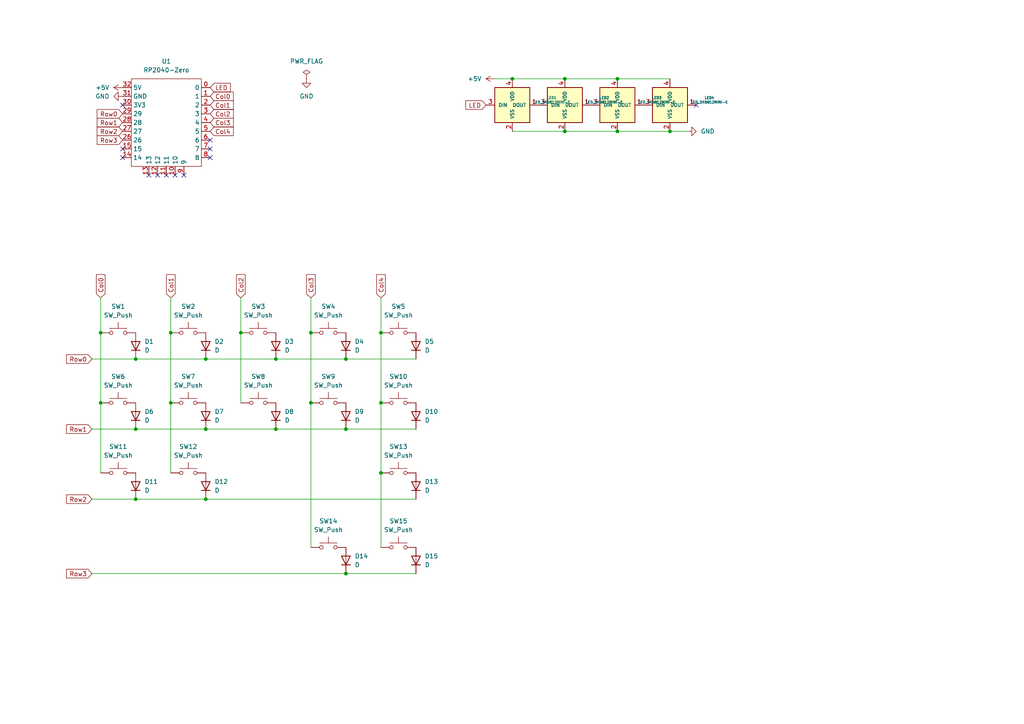
<source format=kicad_sch>
(kicad_sch (version 20230121) (generator eeschema)
  (paper "A4")
  (lib_symbols
    (symbol "Device:D" (pin_numbers hide) (pin_names (offset 1.016) hide)
      (property "Reference" "D" (at 0 2.54 0))
      (property "Value" "D" (at 0 -2.54 0))
      (symbol "D_0_1"
        (polyline (pts (xy -1.27 1.27) (xy -1.27 -1.27)) (stroke (width 0.254)))
        (polyline (pts (xy 1.27 0) (xy -1.27 0)))
        (polyline (pts (xy 1.27 1.27) (xy 1.27 -1.27) (xy -1.27 0) (xy 1.27 1.27)) (stroke (width 0.254)))
      )
      (symbol "D_1_1"
        (pin passive line (at -3.81 0 0) (length 2.54) (name "K") (number "1"))
        (pin passive line (at 3.81 0 180) (length 2.54) (name "A") (number "2"))
      )
    )
    (symbol "Salicylic_kbd:LED_SK6812MINI-E" (pin_names (offset 1.016))
      (property "Reference" "LED" (at 5.08 -10.16 0))
      (property "Value" "LED_SK6812MINI-E" (at 8.89 -8.89 0))
      (symbol "LED_SK6812MINI-E_0_1"
        (rectangle (start -5.08 5.08) (end 5.08 -5.08) (stroke (width 0.254)) (fill (type background)))
      )
      (symbol "LED_SK6812MINI-E_1_1"
        (pin output line (at 7.62 0 180) (length 2.54) (name "DOUT") (number "1"))
        (pin power_in line (at 0 -7.62 90) (length 2.54) (name "VSS") (number "2"))
        (pin input line (at -7.62 0 0) (length 2.54) (name "DIN") (number "3"))
        (pin power_in line (at 0 7.62 270) (length 2.54) (name "VDD") (number "4"))
      )
    )
    (symbol "Switch:SW_Push" (pin_numbers hide) (pin_names (offset 1.016) hide)
      (property "Reference" "SW" (at 1.27 2.54 0))
      (property "Value" "SW_Push" (at 0 -1.524 0))
      (symbol "SW_Push_0_1"
        (circle (center -2.032 0) (radius 0.508))
        (polyline (pts (xy 0 1.27) (xy 0 3.048)))
        (polyline (pts (xy 2.54 1.27) (xy -2.54 1.27)))
        (circle (center 2.032 0) (radius 0.508))
        (pin passive line (at -5.08 0 0) (length 2.54) (name "1") (number "1"))
        (pin passive line (at 5.08 0 180) (length 2.54) (name "2") (number "2"))
      )
    )
    (symbol "isw-mcu:RP2040-Zero"
      (property "Reference" "U" (at 0 2.54 0))
      (property "Value" "RP2040-Zero" (at 0 0 0))
      (symbol "RP2040-Zero_0_1"
        (rectangle (start -10.16 -2.54) (end 10.16 -27.94))
      )
      (symbol "RP2040-Zero_1_1"
        (pin bidirectional line (at 12.7 -5.08 180) (length 2.54) (name "0") (number "0"))
        (pin bidirectional line (at 12.7 -7.62 180) (length 2.54) (name "1") (number "1"))
        (pin bidirectional line (at 2.54 -30.48 90) (length 2.54) (name "10") (number "10"))
        (pin bidirectional line (at 0 -30.48 90) (length 2.54) (name "11") (number "11"))
        (pin bidirectional line (at -2.54 -30.48 90) (length 2.54) (name "12") (number "12"))
        (pin bidirectional line (at -5.08 -30.48 90) (length 2.54) (name "13") (number "13"))
        (pin bidirectional line (at -12.7 -25.4 0) (length 2.54) (name "14") (number "14"))
        (pin bidirectional line (at -12.7 -22.86 0) (length 2.54) (name "15") (number "15"))
        (pin bidirectional line (at 12.7 -10.16 180) (length 2.54) (name "2") (number "2"))
        (pin bidirectional line (at -12.7 -20.32 0) (length 2.54) (name "26") (number "26"))
        (pin bidirectional line (at -12.7 -17.78 0) (length 2.54) (name "27") (number "27"))
        (pin bidirectional line (at -12.7 -15.24 0) (length 2.54) (name "28") (number "28"))
        (pin bidirectional line (at -12.7 -12.7 0) (length 2.54) (name "29") (number "29"))
        (pin bidirectional line (at 12.7 -12.7 180) (length 2.54) (name "3") (number "3"))
        (pin power_out line (at -12.7 -10.16 0) (length 2.54) (name "3V3") (number "30"))
        (pin power_in line (at -12.7 -7.62 0) (length 2.54) (name "GND") (number "31"))
        (pin power_out line (at -12.7 -5.08 0) (length 2.54) (name "5V") (number "32"))
        (pin bidirectional line (at 12.7 -15.24 180) (length 2.54) (name "4") (number "4"))
        (pin bidirectional line (at 12.7 -17.78 180) (length 2.54) (name "5") (number "5"))
        (pin bidirectional line (at 12.7 -20.32 180) (length 2.54) (name "6") (number "6"))
        (pin bidirectional line (at 12.7 -22.86 180) (length 2.54) (name "7") (number "7"))
        (pin bidirectional line (at 12.7 -25.4 180) (length 2.54) (name "8") (number "8"))
        (pin bidirectional line (at 5.08 -30.48 90) (length 2.54) (name "9") (number "9"))
      )
    )
    (symbol "power:+5V" (power) (pin_names (offset 0))
      (property "Value" "+5V" (at 0 3.556 0))
      (symbol "+5V_0_1"
        (polyline (pts (xy -0.762 1.27) (xy 0 2.54)))
        (polyline (pts (xy 0 0) (xy 0 2.54)))
        (polyline (pts (xy 0 2.54) (xy 0.762 1.27)))
      )
      (symbol "+5V_1_1"
        (pin power_in line (at 0 0 90) (length 0) hide (name "+5V") (number "1"))
      )
    )
    (symbol "power:GND" (power) (pin_names (offset 0))
      (property "Value" "GND" (at 0 -3.81 0))
      (symbol "GND_0_1"
        (polyline (pts (xy 0 0) (xy 0 -1.27) (xy 1.27 -1.27) (xy 0 -2.54) (xy -1.27 -1.27) (xy 0 -1.27)))
      )
      (symbol "GND_1_1"
        (pin power_in line (at 0 0 270) (length 0) hide (name "GND") (number "1"))
      )
    )
    (symbol "power:PWR_FLAG" (power) (pin_numbers hide) (pin_names (offset 0) hide)
      (property "Value" "PWR_FLAG" (at 0 3.81 0))
      (symbol "PWR_FLAG_0_0"
        (pin power_out line (at 0 0 90) (length 0) (name "pwr") (number "1"))
      )
      (symbol "PWR_FLAG_0_1"
        (polyline (pts (xy 0 0) (xy 0 1.27) (xy -1.016 1.905) (xy 0 2.54) (xy 1.016 1.905) (xy 0 1.27)))
      )
    )
  )
  (junction (at 148.59 22.86))
  (junction (at 59.69 124.46))
  (junction (at 90.17 96.52))
  (junction (at 69.85 96.52))
  (junction (at 100.33 166.37))
  (junction (at 80.01 124.46))
  (junction (at 100.33 104.14))
  (junction (at 29.21 116.84))
  (junction (at 90.17 116.84))
  (junction (at 100.33 124.46))
  (junction (at 163.83 38.1))
  (junction (at 179.07 38.1))
  (junction (at 49.53 116.84))
  (junction (at 39.37 124.46))
  (junction (at 39.37 104.14))
  (junction (at 29.21 96.52))
  (junction (at 110.49 96.52))
  (junction (at 110.49 116.84))
  (junction (at 59.69 144.78))
  (junction (at 49.53 96.52))
  (junction (at 163.83 22.86))
  (junction (at 110.49 137.16))
  (junction (at 194.31 38.1))
  (junction (at 39.37 144.78))
  (junction (at 59.69 104.14))
  (junction (at 80.01 104.14))
  (junction (at 179.07 22.86))
  (no_connect (at 60.96 45.72))
  (no_connect (at 201.93 30.48))
  (no_connect (at 35.56 30.48))
  (no_connect (at 53.34 50.8))
  (no_connect (at 35.56 43.18))
  (no_connect (at 48.26 50.8))
  (no_connect (at 50.8 50.8))
  (no_connect (at 60.96 40.64))
  (no_connect (at 35.56 45.72))
  (no_connect (at 60.96 43.18))
  (no_connect (at 45.72 50.8))
  (no_connect (at 43.18 50.8))
  (wire (pts (xy 59.69 144.78) (xy 120.65 144.78)))
  (wire (pts (xy 80.01 104.14) (xy 100.33 104.14)))
  (wire (pts (xy 143.51 22.86) (xy 148.59 22.86)))
  (wire (pts (xy 49.53 86.36) (xy 49.53 96.52)))
  (wire (pts (xy 26.67 166.37) (xy 100.33 166.37)))
  (wire (pts (xy 29.21 116.84) (xy 29.21 137.16)))
  (wire (pts (xy 26.67 124.46) (xy 39.37 124.46)))
  (wire (pts (xy 179.07 38.1) (xy 194.31 38.1)))
  (wire (pts (xy 110.49 116.84) (xy 110.49 137.16)))
  (wire (pts (xy 148.59 22.86) (xy 163.83 22.86)))
  (wire (pts (xy 80.01 124.46) (xy 100.33 124.46)))
  (wire (pts (xy 29.21 96.52) (xy 29.21 116.84)))
  (wire (pts (xy 59.69 124.46) (xy 80.01 124.46)))
  (wire (pts (xy 179.07 22.86) (xy 194.31 22.86)))
  (wire (pts (xy 163.83 22.86) (xy 179.07 22.86)))
  (wire (pts (xy 49.53 96.52) (xy 49.53 116.84)))
  (wire (pts (xy 69.85 96.52) (xy 69.85 116.84)))
  (wire (pts (xy 39.37 124.46) (xy 59.69 124.46)))
  (wire (pts (xy 69.85 86.36) (xy 69.85 96.52)))
  (wire (pts (xy 90.17 86.36) (xy 90.17 96.52)))
  (wire (pts (xy 29.21 86.36) (xy 29.21 96.52)))
  (wire (pts (xy 26.67 104.14) (xy 39.37 104.14)))
  (wire (pts (xy 26.67 144.78) (xy 39.37 144.78)))
  (wire (pts (xy 59.69 104.14) (xy 80.01 104.14)))
  (wire (pts (xy 100.33 166.37) (xy 120.65 166.37)))
  (wire (pts (xy 90.17 96.52) (xy 90.17 116.84)))
  (wire (pts (xy 90.17 116.84) (xy 90.17 158.75)))
  (wire (pts (xy 148.59 38.1) (xy 163.83 38.1)))
  (wire (pts (xy 39.37 104.14) (xy 59.69 104.14)))
  (wire (pts (xy 49.53 116.84) (xy 49.53 137.16)))
  (wire (pts (xy 194.31 38.1) (xy 199.39 38.1)))
  (wire (pts (xy 39.37 144.78) (xy 59.69 144.78)))
  (wire (pts (xy 163.83 38.1) (xy 179.07 38.1)))
  (wire (pts (xy 110.49 137.16) (xy 110.49 158.75)))
  (wire (pts (xy 110.49 96.52) (xy 110.49 116.84)))
  (wire (pts (xy 100.33 124.46) (xy 120.65 124.46)))
  (wire (pts (xy 110.49 86.36) (xy 110.49 96.52)))
  (wire (pts (xy 100.33 104.14) (xy 120.65 104.14)))
  (global_label "Row1" (shape input) (at 26.67 124.46 180) (property "Intersheetrefs" "${INTERSHEET_REFS}" (effects hide)))
  (global_label "Col4" (shape input) (at 60.96 38.1 0) (property "Intersheetrefs" "${INTERSHEET_REFS}" (effects hide)))
  (global_label "Col0" (shape input) (at 60.96 27.94 0) (property "Intersheetrefs" "${INTERSHEET_REFS}" (effects hide)))
  (global_label "Row0" (shape input) (at 35.56 33.02 180) (property "Intersheetrefs" "${INTERSHEET_REFS}" (effects hide)))
  (global_label "Col1" (shape input) (at 49.53 86.36 90) (property "Intersheetrefs" "${INTERSHEET_REFS}" (effects hide)))
  (global_label "Row1" (shape input) (at 35.56 35.56 180) (property "Intersheetrefs" "${INTERSHEET_REFS}" (effects hide)))
  (global_label "Col2" (shape input) (at 60.96 33.02 0) (property "Intersheetrefs" "${INTERSHEET_REFS}" (effects hide)))
  (global_label "Col0" (shape input) (at 29.21 86.36 90) (property "Intersheetrefs" "${INTERSHEET_REFS}" (effects hide)))
  (global_label "LED" (shape input) (at 60.96 25.4 0) (property "Intersheetrefs" "${INTERSHEET_REFS}" (effects hide)))
  (global_label "Row2" (shape input) (at 35.56 38.1 180) (property "Intersheetrefs" "${INTERSHEET_REFS}" (effects hide)))
  (global_label "Col2" (shape input) (at 69.85 86.36 90) (property "Intersheetrefs" "${INTERSHEET_REFS}" (effects hide)))
  (global_label "Row0" (shape input) (at 26.67 104.14 180) (property "Intersheetrefs" "${INTERSHEET_REFS}" (effects hide)))
  (global_label "Col3" (shape input) (at 90.17 86.36 90) (property "Intersheetrefs" "${INTERSHEET_REFS}" (effects hide)))
  (global_label "LED" (shape input) (at 140.97 30.48 180) (property "Intersheetrefs" "${INTERSHEET_REFS}" (effects hide)))
  (global_label "Col1" (shape input) (at 60.96 30.48 0) (property "Intersheetrefs" "${INTERSHEET_REFS}" (effects hide)))
  (global_label "Row2" (shape input) (at 26.67 144.78 180) (property "Intersheetrefs" "${INTERSHEET_REFS}" (effects hide)))
  (global_label "Col4" (shape input) (at 110.49 86.36 90) (property "Intersheetrefs" "${INTERSHEET_REFS}" (effects hide)))
  (global_label "Row3" (shape input) (at 35.56 40.64 180) (property "Intersheetrefs" "${INTERSHEET_REFS}" (effects hide)))
  (global_label "Row3" (shape input) (at 26.67 166.37 180) (property "Intersheetrefs" "${INTERSHEET_REFS}" (effects hide)))
  (global_label "Col3" (shape input) (at 60.96 35.56 0) (property "Intersheetrefs" "${INTERSHEET_REFS}" (effects hide)))
  (symbol (lib_id "Salicylic_kbd:LED_SK6812MINI-E") (at 163.83 30.48 0) (unit 1)
    (property "Reference" "LED2" (at 175.26 28.3592 0) (effects (font (size 0.7366 0.7366))))
    (property "Value" "LED_SK6812MINI-E" (at 175.26 29.6292 0) (effects (font (size 0.7366 0.7366))))
    (property "Footprint" "kbd_Parts:LED_SK6812MINI-E_BL" (effects hide))
  )
  (symbol (lib_id "Device:D") (at 39.37 140.97 90) (unit 1)
    (property "Reference" "D11" (at 41.91 139.7 90) (effects (justify right)))
    (property "Value" "D" (at 41.91 142.24 90) (effects (justify right)))
    (property "Footprint" "kbd_Parts:Diode_TH_SMD" (effects hide))
    (property "Sim.Device" "D" (effects hide))
    (property "Sim.Pins" "1=K 2=A" (effects hide))
  )
  (symbol (lib_id "Salicylic_kbd:LED_SK6812MINI-E") (at 194.31 30.48 0) (unit 1)
    (property "Reference" "LED4" (at 205.74 28.3592 0) (effects (font (size 0.7366 0.7366))))
    (property "Value" "LED_SK6812MINI-E" (at 205.74 29.6292 0) (effects (font (size 0.7366 0.7366))))
    (property "Footprint" "kbd_Parts:LED_SK6812MINI-E_BL" (effects hide))
  )
  (symbol (lib_id "Device:D") (at 80.01 100.33 90) (unit 1)
    (property "Reference" "D3" (at 82.55 99.06 90) (effects (justify right)))
    (property "Value" "D" (at 82.55 101.6 90) (effects (justify right)))
    (property "Footprint" "kbd_Parts:Diode_TH_SMD" (effects hide))
    (property "Sim.Device" "D" (effects hide))
    (property "Sim.Pins" "1=K 2=A" (effects hide))
  )
  (symbol (lib_id "Device:D") (at 100.33 162.56 90) (unit 1)
    (property "Reference" "D14" (at 102.87 161.29 90) (effects (justify right)))
    (property "Value" "D" (at 102.87 163.83 90) (effects (justify right)))
    (property "Footprint" "kbd_Parts:Diode_TH_SMD" (effects hide))
    (property "Sim.Device" "D" (effects hide))
    (property "Sim.Pins" "1=K 2=A" (effects hide))
  )
  (symbol (lib_id "Device:D") (at 39.37 120.65 90) (unit 1)
    (property "Reference" "D6" (at 41.91 119.38 90) (effects (justify right)))
    (property "Value" "D" (at 41.91 121.92 90) (effects (justify right)))
    (property "Footprint" "kbd_Parts:Diode_TH_SMD" (effects hide))
    (property "Sim.Device" "D" (effects hide))
    (property "Sim.Pins" "1=K 2=A" (effects hide))
  )
  (symbol (lib_id "Device:D") (at 120.65 140.97 90) (unit 1)
    (property "Reference" "D13" (at 123.19 139.7 90) (effects (justify right)))
    (property "Value" "D" (at 123.19 142.24 90) (effects (justify right)))
    (property "Footprint" "kbd_Parts:Diode_TH_SMD" (effects hide))
    (property "Sim.Device" "D" (effects hide))
    (property "Sim.Pins" "1=K 2=A" (effects hide))
  )
  (symbol (lib_id "Switch:SW_Push") (at 115.57 96.52 0) (unit 1)
    (property "Reference" "SW5" (at 115.57 88.9 0))
    (property "Value" "SW_Push" (at 115.57 91.44 0))
    (property "Footprint" "kbd_SW:CherryMX_Hotswap_1u" (effects hide))
  )
  (symbol (lib_id "Switch:SW_Push") (at 95.25 96.52 0) (unit 1)
    (property "Reference" "SW4" (at 95.25 88.9 0))
    (property "Value" "SW_Push" (at 95.25 91.44 0))
    (property "Footprint" "kbd_SW:CherryMX_Hotswap_1u" (effects hide))
  )
  (symbol (lib_id "Switch:SW_Push") (at 95.25 158.75 0) (unit 1)
    (property "Reference" "SW14" (at 95.25 151.13 0))
    (property "Value" "SW_Push" (at 95.25 153.67 0))
    (property "Footprint" "kbd_SW:CherryMX_Hotswap_1u" (effects hide))
  )
  (symbol (lib_id "Switch:SW_Push") (at 95.25 116.84 0) (unit 1)
    (property "Reference" "SW9" (at 95.25 109.22 0))
    (property "Value" "SW_Push" (at 95.25 111.76 0))
    (property "Footprint" "kbd_SW:CherryMX_Hotswap_1u" (effects hide))
  )
  (symbol (lib_id "Salicylic_kbd:LED_SK6812MINI-E") (at 179.07 30.48 0) (unit 1)
    (property "Reference" "LED3" (at 190.5 28.3592 0) (effects (font (size 0.7366 0.7366))))
    (property "Value" "LED_SK6812MINI-E" (at 190.5 29.6292 0) (effects (font (size 0.7366 0.7366))))
    (property "Footprint" "kbd_Parts:LED_SK6812MINI-E_BL" (effects hide))
  )
  (symbol (lib_id "Device:D") (at 120.65 162.56 90) (unit 1)
    (property "Reference" "D15" (at 123.19 161.29 90) (effects (justify right)))
    (property "Value" "D" (at 123.19 163.83 90) (effects (justify right)))
    (property "Footprint" "kbd_Parts:Diode_TH_SMD" (effects hide))
    (property "Sim.Device" "D" (effects hide))
    (property "Sim.Pins" "1=K 2=A" (effects hide))
  )
  (symbol (lib_id "Switch:SW_Push") (at 115.57 137.16 0) (unit 1)
    (property "Reference" "SW13" (at 115.57 129.54 0))
    (property "Value" "SW_Push" (at 115.57 132.08 0))
    (property "Footprint" "kbd_SW:CherryMX_Hotswap_1u" (effects hide))
  )
  (symbol (lib_id "power:PWR_FLAG") (at 88.9 22.86 0) (unit 1)
    (property "Reference" "#FLG01" (effects hide))
    (property "Value" "PWR_FLAG" (at 88.9 17.78 0))
  )
  (symbol (lib_id "Switch:SW_Push") (at 34.29 96.52 0) (unit 1)
    (property "Reference" "SW1" (at 34.29 88.9 0))
    (property "Value" "SW_Push" (at 34.29 91.44 0))
    (property "Footprint" "kbd_SW:CherryMX_Hotswap_1u" (effects hide))
  )
  (symbol (lib_id "Switch:SW_Push") (at 74.93 116.84 0) (unit 1)
    (property "Reference" "SW8" (at 74.93 109.22 0))
    (property "Value" "SW_Push" (at 74.93 111.76 0))
    (property "Footprint" "kbd_SW:CherryMX_Hotswap_1u" (effects hide))
  )
  (symbol (lib_id "Device:D") (at 100.33 100.33 90) (unit 1)
    (property "Reference" "D4" (at 102.87 99.06 90) (effects (justify right)))
    (property "Value" "D" (at 102.87 101.6 90) (effects (justify right)))
    (property "Footprint" "kbd_Parts:Diode_TH_SMD" (effects hide))
    (property "Sim.Device" "D" (effects hide))
    (property "Sim.Pins" "1=K 2=A" (effects hide))
  )
  (symbol (lib_id "Switch:SW_Push") (at 115.57 116.84 0) (unit 1)
    (property "Reference" "SW10" (at 115.57 109.22 0))
    (property "Value" "SW_Push" (at 115.57 111.76 0))
    (property "Footprint" "kbd_SW:CherryMX_Hotswap_1u" (effects hide))
  )
  (symbol (lib_id "Device:D") (at 80.01 120.65 90) (unit 1)
    (property "Reference" "D8" (at 82.55 119.38 90) (effects (justify right)))
    (property "Value" "D" (at 82.55 121.92 90) (effects (justify right)))
    (property "Footprint" "kbd_Parts:Diode_TH_SMD" (effects hide))
    (property "Sim.Device" "D" (effects hide))
    (property "Sim.Pins" "1=K 2=A" (effects hide))
  )
  (symbol (lib_id "power:+5V") (at 35.56 25.4 90) (unit 1)
    (property "Reference" "#PWR03" (effects hide))
    (property "Value" "+5V" (at 31.75 25.4 90) (effects (justify left)))
  )
  (symbol (lib_id "Switch:SW_Push") (at 34.29 116.84 0) (unit 1)
    (property "Reference" "SW6" (at 34.29 109.22 0))
    (property "Value" "SW_Push" (at 34.29 111.76 0))
    (property "Footprint" "kbd_SW:CherryMX_Hotswap_1u" (effects hide))
  )
  (symbol (lib_id "power:GND") (at 35.56 27.94 270) (unit 1)
    (property "Reference" "#PWR04" (effects hide))
    (property "Value" "GND" (at 31.75 27.94 90) (effects (justify right)))
  )
  (symbol (lib_id "power:GND") (at 199.39 38.1 90) (unit 1)
    (property "Reference" "#PWR05" (effects hide))
    (property "Value" "GND" (at 203.2 38.1 90) (effects (justify right)))
  )
  (symbol (lib_id "Device:D") (at 39.37 100.33 90) (unit 1)
    (property "Reference" "D1" (at 41.91 99.06 90) (effects (justify right)))
    (property "Value" "D" (at 41.91 101.6 90) (effects (justify right)))
    (property "Footprint" "kbd_Parts:Diode_TH_SMD" (effects hide))
    (property "Sim.Device" "D" (effects hide))
    (property "Sim.Pins" "1=K 2=A" (effects hide))
  )
  (symbol (lib_id "power:GND") (at 88.9 22.86 0) (unit 1)
    (property "Reference" "#PWR01" (effects hide))
    (property "Value" "GND" (at 88.9 27.94 0))
  )
  (symbol (lib_id "Switch:SW_Push") (at 115.57 158.75 0) (unit 1)
    (property "Reference" "SW15" (at 115.57 151.13 0))
    (property "Value" "SW_Push" (at 115.57 153.67 0))
    (property "Footprint" "kbd_SW:CherryMX_Hotswap_1u" (effects hide))
  )
  (symbol (lib_id "power:+5V") (at 143.51 22.86 90) (unit 1)
    (property "Reference" "#PWR02" (effects hide))
    (property "Value" "+5V" (at 139.7 22.86 90) (effects (justify left)))
  )
  (symbol (lib_id "Switch:SW_Push") (at 54.61 96.52 0) (unit 1)
    (property "Reference" "SW2" (at 54.61 88.9 0))
    (property "Value" "SW_Push" (at 54.61 91.44 0))
    (property "Footprint" "kbd_SW:CherryMX_Hotswap_1u" (effects hide))
  )
  (symbol (lib_id "Switch:SW_Push") (at 54.61 116.84 0) (unit 1)
    (property "Reference" "SW7" (at 54.61 109.22 0))
    (property "Value" "SW_Push" (at 54.61 111.76 0))
    (property "Footprint" "kbd_SW:CherryMX_Hotswap_1u" (effects hide))
  )
  (symbol (lib_id "Device:D") (at 100.33 120.65 90) (unit 1)
    (property "Reference" "D9" (at 102.87 119.38 90) (effects (justify right)))
    (property "Value" "D" (at 102.87 121.92 90) (effects (justify right)))
    (property "Footprint" "kbd_Parts:Diode_TH_SMD" (effects hide))
    (property "Sim.Device" "D" (effects hide))
    (property "Sim.Pins" "1=K 2=A" (effects hide))
  )
  (symbol (lib_id "Switch:SW_Push") (at 34.29 137.16 0) (unit 1)
    (property "Reference" "SW11" (at 34.29 129.54 0))
    (property "Value" "SW_Push" (at 34.29 132.08 0))
    (property "Footprint" "kbd_SW:CherryMX_Hotswap_1u" (effects hide))
  )
  (symbol (lib_id "Device:D") (at 59.69 100.33 90) (unit 1)
    (property "Reference" "D2" (at 62.23 99.06 90) (effects (justify right)))
    (property "Value" "D" (at 62.23 101.6 90) (effects (justify right)))
    (property "Footprint" "kbd_Parts:Diode_TH_SMD" (effects hide))
    (property "Sim.Device" "D" (effects hide))
    (property "Sim.Pins" "1=K 2=A" (effects hide))
  )
  (symbol (lib_id "Device:D") (at 120.65 100.33 90) (unit 1)
    (property "Reference" "D5" (at 123.19 99.06 90) (effects (justify right)))
    (property "Value" "D" (at 123.19 101.6 90) (effects (justify right)))
    (property "Footprint" "kbd_Parts:Diode_TH_SMD" (effects hide))
    (property "Sim.Device" "D" (effects hide))
    (property "Sim.Pins" "1=K 2=A" (effects hide))
  )
  (symbol (lib_id "Switch:SW_Push") (at 54.61 137.16 0) (unit 1)
    (property "Reference" "SW12" (at 54.61 129.54 0))
    (property "Value" "SW_Push" (at 54.61 132.08 0))
    (property "Footprint" "kbd_SW:CherryMX_Hotswap_1u" (effects hide))
  )
  (symbol (lib_id "isw-mcu:RP2040-Zero") (at 48.26 20.32 0) (unit 1)
    (property "Reference" "U1" (at 48.26 17.78 0))
    (property "Value" "RP2040-Zero" (at 48.26 20.32 0))
    (property "Footprint" "isw-kbd:RP2040-Zero-THT" (effects hide))
  )
  (symbol (lib_id "Switch:SW_Push") (at 74.93 96.52 0) (unit 1)
    (property "Reference" "SW3" (at 74.93 88.9 0))
    (property "Value" "SW_Push" (at 74.93 91.44 0))
    (property "Footprint" "kbd_SW:CherryMX_Hotswap_1u" (effects hide))
  )
  (symbol (lib_id "Device:D") (at 120.65 120.65 90) (unit 1)
    (property "Reference" "D10" (at 123.19 119.38 90) (effects (justify right)))
    (property "Value" "D" (at 123.19 121.92 90) (effects (justify right)))
    (property "Footprint" "kbd_Parts:Diode_TH_SMD" (effects hide))
    (property "Sim.Device" "D" (effects hide))
    (property "Sim.Pins" "1=K 2=A" (effects hide))
  )
  (symbol (lib_id "Device:D") (at 59.69 120.65 90) (unit 1)
    (property "Reference" "D7" (at 62.23 119.38 90) (effects (justify right)))
    (property "Value" "D" (at 62.23 121.92 90) (effects (justify right)))
    (property "Footprint" "kbd_Parts:Diode_TH_SMD" (effects hide))
    (property "Sim.Device" "D" (effects hide))
    (property "Sim.Pins" "1=K 2=A" (effects hide))
  )
  (symbol (lib_id "Device:D") (at 59.69 140.97 90) (unit 1)
    (property "Reference" "D12" (at 62.23 139.7 90) (effects (justify right)))
    (property "Value" "D" (at 62.23 142.24 90) (effects (justify right)))
    (property "Footprint" "kbd_Parts:Diode_TH_SMD" (effects hide))
    (property "Sim.Device" "D" (effects hide))
    (property "Sim.Pins" "1=K 2=A" (effects hide))
  )
  (symbol (lib_id "Salicylic_kbd:LED_SK6812MINI-E") (at 148.59 30.48 0) (unit 1)
    (property "Reference" "LED1" (at 160.02 28.3592 0) (effects (font (size 0.7366 0.7366))))
    (property "Value" "LED_SK6812MINI-E" (at 160.02 29.6292 0) (effects (font (size 0.7366 0.7366))))
    (property "Footprint" "kbd_Parts:LED_SK6812MINI-E_BL" (effects hide))
  )
)
</source>
